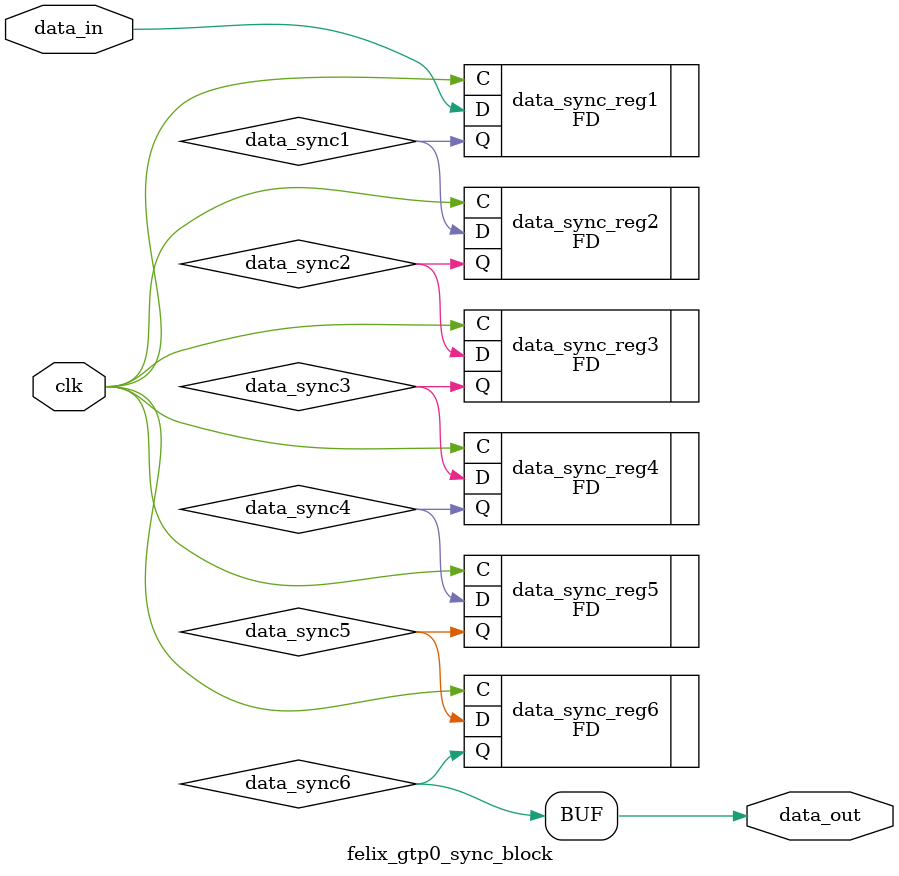
<source format=v>




`timescale 1ps / 1ps

//(* dont_touch = "yes" *)
module felix_gtp0_sync_block #(
  parameter INITIALISE = 6'b000000
)
(
  input        clk,              // clock to be sync'ed to
  input        data_in,          // Data to be 'synced'
  output       data_out          // synced data
);

  // Internal Signals
  wire data_sync1;
  wire data_sync2;
  wire data_sync3;
  wire data_sync4;
  wire data_sync5;
  wire data_sync6;


  (* shreg_extract = "no", ASYNC_REG = "TRUE" *)
  FD #(
    .INIT (INITIALISE[0])
  ) data_sync_reg1 (
    .C  (clk),
    .D  (data_in),
    .Q  (data_sync1)
  );


  (* shreg_extract = "no", ASYNC_REG = "TRUE" *)
  FD #(
   .INIT (INITIALISE[1])
  ) data_sync_reg2 (
  .C  (clk),
  .D  (data_sync1),
  .Q  (data_sync2)
  );


  (* shreg_extract = "no", ASYNC_REG = "TRUE" *)
  FD #(
   .INIT (INITIALISE[2])
  ) data_sync_reg3 (
  .C  (clk),
  .D  (data_sync2),
  .Q  (data_sync3)
  );

  (* shreg_extract = "no", ASYNC_REG = "TRUE" *)
  FD #(
   .INIT (INITIALISE[3])
  ) data_sync_reg4 (
  .C  (clk),
  .D  (data_sync3),
  .Q  (data_sync4)
  );

  (* shreg_extract = "no", ASYNC_REG = "TRUE" *)
  FD #(
   .INIT (INITIALISE[4])
  ) data_sync_reg5 (
  .C  (clk),
  .D  (data_sync4),
  .Q  (data_sync5)
  );

  (* shreg_extract = "no", ASYNC_REG = "TRUE" *)
  FD #(
   .INIT (INITIALISE[5])
  ) data_sync_reg6 (
  .C  (clk),
  .D  (data_sync5),
  .Q  (data_sync6)
  );
  assign data_out = data_sync6;



endmodule

</source>
